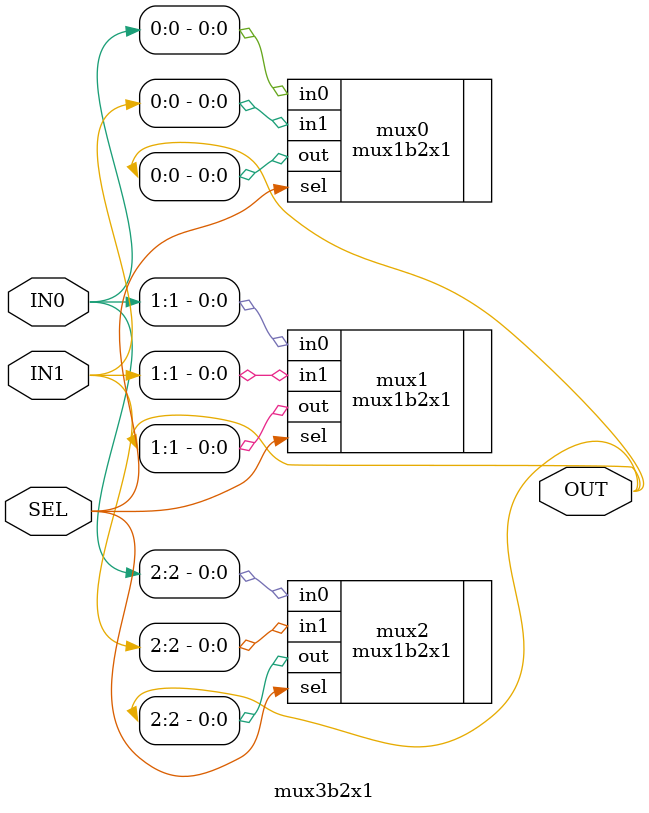
<source format=sv>
module mux3b2x1 (OUT, IN0, IN1, SEL);
input SEL;
input [2:0] IN0, IN1;
output wire [2:0] OUT;

mux1b2x1 mux0(.out(OUT[0]),.sel(SEL),.in0(IN0[0]),.in1(IN1[0]));
mux1b2x1 mux1(.out(OUT[1]),.sel(SEL),.in0(IN0[1]),.in1(IN1[1]));
mux1b2x1 mux2(.out(OUT[2]),.sel(SEL),.in0(IN0[2]),.in1(IN1[2]));

endmodule

</source>
